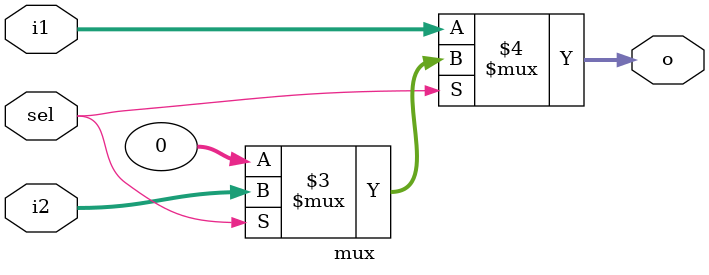
<source format=v>
`timescale 1ns / 1ps
module mux(i1,i2,sel,o);
	input [31:0] i1;
	input [31:0] i2;
	input sel;
	output [31:0] o;
	
	
	
	assign o = (sel == 0) ? i1 : 
	sel == 1 ? i2 : 0;

		
endmodule

</source>
